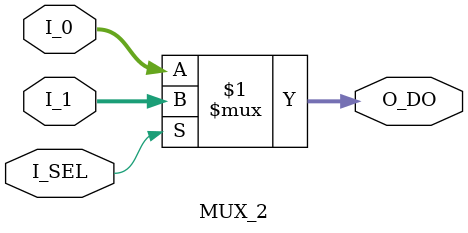
<source format=v>
/* 
 * MUX 2 to 1
 * Copyright (C) 2020, Jaeseok Heo (jseok.heo@gmail.com)
 * 
 * Description:
 * History:              
 *          2020.11.29 - Initial release
 */

module MUX_2
#(
    parameter DW = 32   // Data Width
)
(
     input [DW-1:0] I_0
    ,input [DW-1:0] I_1
    ,input          I_SEL

    ,output [DW-1:0] O_DO    // Data Out
);
					
    assign O_DO = (I_SEL) ? I_1 : I_0;

endmodule

</source>
